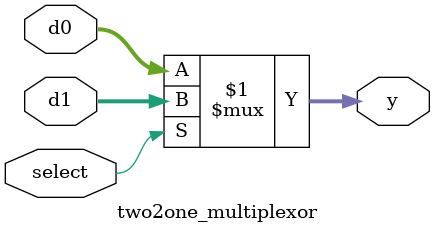
<source format=v>
module two2one_multiplexor(
   input [31:0] d0,
   input [31:0] d1,
   input select,
   output [31:0] y
);

   assign y = select ? d1 : d0;


endmodule
</source>
